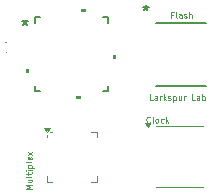
<source format=gbr>
%TF.GenerationSoftware,KiCad,Pcbnew,9.0.1*%
%TF.CreationDate,2025-09-19T11:56:04-04:00*%
%TF.ProjectId,ComputeCore,436f6d70-7574-4654-936f-72652e6b6963,rev?*%
%TF.SameCoordinates,Original*%
%TF.FileFunction,Legend,Top*%
%TF.FilePolarity,Positive*%
%FSLAX46Y46*%
G04 Gerber Fmt 4.6, Leading zero omitted, Abs format (unit mm)*
G04 Created by KiCad (PCBNEW 9.0.1) date 2025-09-19 11:56:04*
%MOMM*%
%LPD*%
G01*
G04 APERTURE LIST*
%ADD10C,0.062500*%
%ADD11C,0.150000*%
%ADD12C,0.152400*%
%ADD13C,0.000000*%
%ADD14C,0.120000*%
%ADD15C,0.100000*%
G04 APERTURE END LIST*
D10*
X173245260Y-83882559D02*
X173007165Y-83882559D01*
X173007165Y-83882559D02*
X173007165Y-83382559D01*
X173626213Y-83882559D02*
X173626213Y-83620654D01*
X173626213Y-83620654D02*
X173602403Y-83573035D01*
X173602403Y-83573035D02*
X173554784Y-83549226D01*
X173554784Y-83549226D02*
X173459546Y-83549226D01*
X173459546Y-83549226D02*
X173411927Y-83573035D01*
X173626213Y-83858750D02*
X173578594Y-83882559D01*
X173578594Y-83882559D02*
X173459546Y-83882559D01*
X173459546Y-83882559D02*
X173411927Y-83858750D01*
X173411927Y-83858750D02*
X173388118Y-83811130D01*
X173388118Y-83811130D02*
X173388118Y-83763511D01*
X173388118Y-83763511D02*
X173411927Y-83715892D01*
X173411927Y-83715892D02*
X173459546Y-83692083D01*
X173459546Y-83692083D02*
X173578594Y-83692083D01*
X173578594Y-83692083D02*
X173626213Y-83668273D01*
X173864308Y-83882559D02*
X173864308Y-83549226D01*
X173864308Y-83644464D02*
X173888118Y-83596845D01*
X173888118Y-83596845D02*
X173911927Y-83573035D01*
X173911927Y-83573035D02*
X173959546Y-83549226D01*
X173959546Y-83549226D02*
X174007165Y-83549226D01*
X174173832Y-83882559D02*
X174173832Y-83382559D01*
X174221451Y-83692083D02*
X174364308Y-83882559D01*
X174364308Y-83549226D02*
X174173832Y-83739702D01*
X174554785Y-83858750D02*
X174602404Y-83882559D01*
X174602404Y-83882559D02*
X174697642Y-83882559D01*
X174697642Y-83882559D02*
X174745261Y-83858750D01*
X174745261Y-83858750D02*
X174769070Y-83811130D01*
X174769070Y-83811130D02*
X174769070Y-83787321D01*
X174769070Y-83787321D02*
X174745261Y-83739702D01*
X174745261Y-83739702D02*
X174697642Y-83715892D01*
X174697642Y-83715892D02*
X174626213Y-83715892D01*
X174626213Y-83715892D02*
X174578594Y-83692083D01*
X174578594Y-83692083D02*
X174554785Y-83644464D01*
X174554785Y-83644464D02*
X174554785Y-83620654D01*
X174554785Y-83620654D02*
X174578594Y-83573035D01*
X174578594Y-83573035D02*
X174626213Y-83549226D01*
X174626213Y-83549226D02*
X174697642Y-83549226D01*
X174697642Y-83549226D02*
X174745261Y-83573035D01*
X174983356Y-83549226D02*
X174983356Y-84049226D01*
X174983356Y-83573035D02*
X175030975Y-83549226D01*
X175030975Y-83549226D02*
X175126213Y-83549226D01*
X175126213Y-83549226D02*
X175173832Y-83573035D01*
X175173832Y-83573035D02*
X175197642Y-83596845D01*
X175197642Y-83596845D02*
X175221451Y-83644464D01*
X175221451Y-83644464D02*
X175221451Y-83787321D01*
X175221451Y-83787321D02*
X175197642Y-83834940D01*
X175197642Y-83834940D02*
X175173832Y-83858750D01*
X175173832Y-83858750D02*
X175126213Y-83882559D01*
X175126213Y-83882559D02*
X175030975Y-83882559D01*
X175030975Y-83882559D02*
X174983356Y-83858750D01*
X175650023Y-83549226D02*
X175650023Y-83882559D01*
X175435737Y-83549226D02*
X175435737Y-83811130D01*
X175435737Y-83811130D02*
X175459547Y-83858750D01*
X175459547Y-83858750D02*
X175507166Y-83882559D01*
X175507166Y-83882559D02*
X175578594Y-83882559D01*
X175578594Y-83882559D02*
X175626213Y-83858750D01*
X175626213Y-83858750D02*
X175650023Y-83834940D01*
X175888118Y-83882559D02*
X175888118Y-83549226D01*
X175888118Y-83644464D02*
X175911928Y-83596845D01*
X175911928Y-83596845D02*
X175935737Y-83573035D01*
X175935737Y-83573035D02*
X175983356Y-83549226D01*
X175983356Y-83549226D02*
X176030975Y-83549226D01*
X176816689Y-83882559D02*
X176578594Y-83882559D01*
X176578594Y-83882559D02*
X176578594Y-83382559D01*
X177197642Y-83882559D02*
X177197642Y-83620654D01*
X177197642Y-83620654D02*
X177173832Y-83573035D01*
X177173832Y-83573035D02*
X177126213Y-83549226D01*
X177126213Y-83549226D02*
X177030975Y-83549226D01*
X177030975Y-83549226D02*
X176983356Y-83573035D01*
X177197642Y-83858750D02*
X177150023Y-83882559D01*
X177150023Y-83882559D02*
X177030975Y-83882559D01*
X177030975Y-83882559D02*
X176983356Y-83858750D01*
X176983356Y-83858750D02*
X176959547Y-83811130D01*
X176959547Y-83811130D02*
X176959547Y-83763511D01*
X176959547Y-83763511D02*
X176983356Y-83715892D01*
X176983356Y-83715892D02*
X177030975Y-83692083D01*
X177030975Y-83692083D02*
X177150023Y-83692083D01*
X177150023Y-83692083D02*
X177197642Y-83668273D01*
X177435737Y-83882559D02*
X177435737Y-83382559D01*
X177435737Y-83573035D02*
X177483356Y-83549226D01*
X177483356Y-83549226D02*
X177578594Y-83549226D01*
X177578594Y-83549226D02*
X177626213Y-83573035D01*
X177626213Y-83573035D02*
X177650023Y-83596845D01*
X177650023Y-83596845D02*
X177673832Y-83644464D01*
X177673832Y-83644464D02*
X177673832Y-83787321D01*
X177673832Y-83787321D02*
X177650023Y-83834940D01*
X177650023Y-83834940D02*
X177626213Y-83858750D01*
X177626213Y-83858750D02*
X177578594Y-83882559D01*
X177578594Y-83882559D02*
X177483356Y-83882559D01*
X177483356Y-83882559D02*
X177435737Y-83858750D01*
X163003559Y-91406834D02*
X162503559Y-91406834D01*
X162503559Y-91406834D02*
X162860702Y-91240167D01*
X162860702Y-91240167D02*
X162503559Y-91073501D01*
X162503559Y-91073501D02*
X163003559Y-91073501D01*
X162670226Y-90621119D02*
X163003559Y-90621119D01*
X162670226Y-90835405D02*
X162932130Y-90835405D01*
X162932130Y-90835405D02*
X162979750Y-90811595D01*
X162979750Y-90811595D02*
X163003559Y-90763976D01*
X163003559Y-90763976D02*
X163003559Y-90692548D01*
X163003559Y-90692548D02*
X162979750Y-90644929D01*
X162979750Y-90644929D02*
X162955940Y-90621119D01*
X163003559Y-90311595D02*
X162979750Y-90359214D01*
X162979750Y-90359214D02*
X162932130Y-90383024D01*
X162932130Y-90383024D02*
X162503559Y-90383024D01*
X162670226Y-90192547D02*
X162670226Y-90002071D01*
X162503559Y-90121119D02*
X162932130Y-90121119D01*
X162932130Y-90121119D02*
X162979750Y-90097309D01*
X162979750Y-90097309D02*
X163003559Y-90049690D01*
X163003559Y-90049690D02*
X163003559Y-90002071D01*
X163003559Y-89835405D02*
X162670226Y-89835405D01*
X162503559Y-89835405D02*
X162527369Y-89859214D01*
X162527369Y-89859214D02*
X162551178Y-89835405D01*
X162551178Y-89835405D02*
X162527369Y-89811595D01*
X162527369Y-89811595D02*
X162503559Y-89835405D01*
X162503559Y-89835405D02*
X162551178Y-89835405D01*
X162670226Y-89597310D02*
X163170226Y-89597310D01*
X162694035Y-89597310D02*
X162670226Y-89549691D01*
X162670226Y-89549691D02*
X162670226Y-89454453D01*
X162670226Y-89454453D02*
X162694035Y-89406834D01*
X162694035Y-89406834D02*
X162717845Y-89383024D01*
X162717845Y-89383024D02*
X162765464Y-89359215D01*
X162765464Y-89359215D02*
X162908321Y-89359215D01*
X162908321Y-89359215D02*
X162955940Y-89383024D01*
X162955940Y-89383024D02*
X162979750Y-89406834D01*
X162979750Y-89406834D02*
X163003559Y-89454453D01*
X163003559Y-89454453D02*
X163003559Y-89549691D01*
X163003559Y-89549691D02*
X162979750Y-89597310D01*
X163003559Y-89073500D02*
X162979750Y-89121119D01*
X162979750Y-89121119D02*
X162932130Y-89144929D01*
X162932130Y-89144929D02*
X162503559Y-89144929D01*
X162979750Y-88692548D02*
X163003559Y-88740167D01*
X163003559Y-88740167D02*
X163003559Y-88835405D01*
X163003559Y-88835405D02*
X162979750Y-88883024D01*
X162979750Y-88883024D02*
X162932130Y-88906833D01*
X162932130Y-88906833D02*
X162741654Y-88906833D01*
X162741654Y-88906833D02*
X162694035Y-88883024D01*
X162694035Y-88883024D02*
X162670226Y-88835405D01*
X162670226Y-88835405D02*
X162670226Y-88740167D01*
X162670226Y-88740167D02*
X162694035Y-88692548D01*
X162694035Y-88692548D02*
X162741654Y-88668738D01*
X162741654Y-88668738D02*
X162789273Y-88668738D01*
X162789273Y-88668738D02*
X162836892Y-88906833D01*
X163003559Y-88502072D02*
X162670226Y-88240167D01*
X162670226Y-88502072D02*
X163003559Y-88240167D01*
X173019879Y-85738940D02*
X172996070Y-85762750D01*
X172996070Y-85762750D02*
X172924641Y-85786559D01*
X172924641Y-85786559D02*
X172877022Y-85786559D01*
X172877022Y-85786559D02*
X172805594Y-85762750D01*
X172805594Y-85762750D02*
X172757975Y-85715130D01*
X172757975Y-85715130D02*
X172734165Y-85667511D01*
X172734165Y-85667511D02*
X172710356Y-85572273D01*
X172710356Y-85572273D02*
X172710356Y-85500845D01*
X172710356Y-85500845D02*
X172734165Y-85405607D01*
X172734165Y-85405607D02*
X172757975Y-85357988D01*
X172757975Y-85357988D02*
X172805594Y-85310369D01*
X172805594Y-85310369D02*
X172877022Y-85286559D01*
X172877022Y-85286559D02*
X172924641Y-85286559D01*
X172924641Y-85286559D02*
X172996070Y-85310369D01*
X172996070Y-85310369D02*
X173019879Y-85334178D01*
X173305594Y-85786559D02*
X173257975Y-85762750D01*
X173257975Y-85762750D02*
X173234165Y-85715130D01*
X173234165Y-85715130D02*
X173234165Y-85286559D01*
X173567499Y-85786559D02*
X173519880Y-85762750D01*
X173519880Y-85762750D02*
X173496070Y-85738940D01*
X173496070Y-85738940D02*
X173472261Y-85691321D01*
X173472261Y-85691321D02*
X173472261Y-85548464D01*
X173472261Y-85548464D02*
X173496070Y-85500845D01*
X173496070Y-85500845D02*
X173519880Y-85477035D01*
X173519880Y-85477035D02*
X173567499Y-85453226D01*
X173567499Y-85453226D02*
X173638927Y-85453226D01*
X173638927Y-85453226D02*
X173686546Y-85477035D01*
X173686546Y-85477035D02*
X173710356Y-85500845D01*
X173710356Y-85500845D02*
X173734165Y-85548464D01*
X173734165Y-85548464D02*
X173734165Y-85691321D01*
X173734165Y-85691321D02*
X173710356Y-85738940D01*
X173710356Y-85738940D02*
X173686546Y-85762750D01*
X173686546Y-85762750D02*
X173638927Y-85786559D01*
X173638927Y-85786559D02*
X173567499Y-85786559D01*
X174162737Y-85762750D02*
X174115118Y-85786559D01*
X174115118Y-85786559D02*
X174019880Y-85786559D01*
X174019880Y-85786559D02*
X173972261Y-85762750D01*
X173972261Y-85762750D02*
X173948451Y-85738940D01*
X173948451Y-85738940D02*
X173924642Y-85691321D01*
X173924642Y-85691321D02*
X173924642Y-85548464D01*
X173924642Y-85548464D02*
X173948451Y-85500845D01*
X173948451Y-85500845D02*
X173972261Y-85477035D01*
X173972261Y-85477035D02*
X174019880Y-85453226D01*
X174019880Y-85453226D02*
X174115118Y-85453226D01*
X174115118Y-85453226D02*
X174162737Y-85477035D01*
X174377022Y-85786559D02*
X174377022Y-85286559D01*
X174424641Y-85596083D02*
X174567498Y-85786559D01*
X174567498Y-85453226D02*
X174377022Y-85643702D01*
X174951832Y-76635654D02*
X174785165Y-76635654D01*
X174785165Y-76897559D02*
X174785165Y-76397559D01*
X174785165Y-76397559D02*
X175023260Y-76397559D01*
X175285165Y-76897559D02*
X175237546Y-76873750D01*
X175237546Y-76873750D02*
X175213736Y-76826130D01*
X175213736Y-76826130D02*
X175213736Y-76397559D01*
X175689927Y-76897559D02*
X175689927Y-76635654D01*
X175689927Y-76635654D02*
X175666117Y-76588035D01*
X175666117Y-76588035D02*
X175618498Y-76564226D01*
X175618498Y-76564226D02*
X175523260Y-76564226D01*
X175523260Y-76564226D02*
X175475641Y-76588035D01*
X175689927Y-76873750D02*
X175642308Y-76897559D01*
X175642308Y-76897559D02*
X175523260Y-76897559D01*
X175523260Y-76897559D02*
X175475641Y-76873750D01*
X175475641Y-76873750D02*
X175451832Y-76826130D01*
X175451832Y-76826130D02*
X175451832Y-76778511D01*
X175451832Y-76778511D02*
X175475641Y-76730892D01*
X175475641Y-76730892D02*
X175523260Y-76707083D01*
X175523260Y-76707083D02*
X175642308Y-76707083D01*
X175642308Y-76707083D02*
X175689927Y-76683273D01*
X175904213Y-76873750D02*
X175951832Y-76897559D01*
X175951832Y-76897559D02*
X176047070Y-76897559D01*
X176047070Y-76897559D02*
X176094689Y-76873750D01*
X176094689Y-76873750D02*
X176118498Y-76826130D01*
X176118498Y-76826130D02*
X176118498Y-76802321D01*
X176118498Y-76802321D02*
X176094689Y-76754702D01*
X176094689Y-76754702D02*
X176047070Y-76730892D01*
X176047070Y-76730892D02*
X175975641Y-76730892D01*
X175975641Y-76730892D02*
X175928022Y-76707083D01*
X175928022Y-76707083D02*
X175904213Y-76659464D01*
X175904213Y-76659464D02*
X175904213Y-76635654D01*
X175904213Y-76635654D02*
X175928022Y-76588035D01*
X175928022Y-76588035D02*
X175975641Y-76564226D01*
X175975641Y-76564226D02*
X176047070Y-76564226D01*
X176047070Y-76564226D02*
X176094689Y-76588035D01*
X176332784Y-76897559D02*
X176332784Y-76397559D01*
X176547070Y-76897559D02*
X176547070Y-76635654D01*
X176547070Y-76635654D02*
X176523260Y-76588035D01*
X176523260Y-76588035D02*
X176475641Y-76564226D01*
X176475641Y-76564226D02*
X176404213Y-76564226D01*
X176404213Y-76564226D02*
X176356594Y-76588035D01*
X176356594Y-76588035D02*
X176332784Y-76611845D01*
D11*
X172656500Y-75858019D02*
X172656500Y-76096114D01*
X172418405Y-76000876D02*
X172656500Y-76096114D01*
X172656500Y-76096114D02*
X172894595Y-76000876D01*
X172513643Y-76286590D02*
X172656500Y-76096114D01*
X172656500Y-76096114D02*
X172799357Y-76286590D01*
X172656500Y-75858019D02*
X172656500Y-76096114D01*
X172418405Y-76000876D02*
X172656500Y-76096114D01*
X172656500Y-76096114D02*
X172894595Y-76000876D01*
X172513643Y-76286590D02*
X172656500Y-76096114D01*
X172656500Y-76096114D02*
X172799357Y-76286590D01*
X162433000Y-77064819D02*
X162433000Y-77302914D01*
X162194905Y-77207676D02*
X162433000Y-77302914D01*
X162433000Y-77302914D02*
X162671095Y-77207676D01*
X162290143Y-77493390D02*
X162433000Y-77302914D01*
X162433000Y-77302914D02*
X162575857Y-77493390D01*
X162433000Y-77064819D02*
X162433000Y-77302914D01*
X162194905Y-77207676D02*
X162433000Y-77302914D01*
X162433000Y-77302914D02*
X162671095Y-77207676D01*
X162290143Y-77493390D02*
X162433000Y-77302914D01*
X162433000Y-77302914D02*
X162575857Y-77493390D01*
D12*
%TO.C,U2*%
X173507400Y-82651600D02*
X177774600Y-82651600D01*
X177774600Y-77368400D02*
X173507400Y-77368400D01*
D13*
%TO.C,U1*%
G36*
X162814000Y-81600500D02*
G01*
X162560000Y-81600500D01*
X162560000Y-81219500D01*
X162814000Y-81219500D01*
X162814000Y-81600500D01*
G37*
G36*
X167160499Y-83820000D02*
G01*
X166779499Y-83820000D01*
X166779499Y-83566000D01*
X167160499Y-83566000D01*
X167160499Y-83820000D01*
G37*
G36*
X170180000Y-80400500D02*
G01*
X169926000Y-80400500D01*
X169926000Y-80019500D01*
X170180000Y-80019500D01*
X170180000Y-80400500D01*
G37*
G36*
X167560501Y-76454000D02*
G01*
X167179501Y-76454000D01*
X167179501Y-76200000D01*
X167560501Y-76200000D01*
X167560501Y-76454000D01*
G37*
D12*
X163245800Y-83134200D02*
X163735659Y-83134200D01*
X169494200Y-83134200D02*
X169494200Y-82644341D01*
X169494200Y-76885800D02*
X169004341Y-76885800D01*
X163245800Y-76885800D02*
X163245800Y-77375659D01*
X163245800Y-82644341D02*
X163245800Y-83134200D01*
X169004341Y-83134200D02*
X169494200Y-83134200D01*
X169494200Y-77375659D02*
X169494200Y-76885800D01*
X163735659Y-76885800D02*
X163245800Y-76885800D01*
D14*
%TO.C,U4*%
X175514000Y-86086000D02*
X173564000Y-86086000D01*
X175514000Y-86086000D02*
X177464000Y-86086000D01*
X175514000Y-91206000D02*
X173564000Y-91206000D01*
X175514000Y-91206000D02*
X177464000Y-91206000D01*
X172814000Y-86181000D02*
X172574000Y-85851000D01*
X173054000Y-85851000D01*
X172814000Y-86181000D01*
G36*
X172814000Y-86181000D02*
G01*
X172574000Y-85851000D01*
X173054000Y-85851000D01*
X172814000Y-86181000D01*
G37*
%TO.C,U3*%
X164280000Y-87028000D02*
X164280000Y-86793000D01*
X164280000Y-90773000D02*
X164280000Y-90298000D01*
X164755000Y-86553000D02*
X164580000Y-86553000D01*
X164755000Y-90773000D02*
X164280000Y-90773000D01*
X168025000Y-86553000D02*
X168500000Y-86553000D01*
X168025000Y-90773000D02*
X168500000Y-90773000D01*
X168500000Y-86553000D02*
X168500000Y-87028000D01*
X168500000Y-90773000D02*
X168500000Y-90298000D01*
X164280000Y-86553000D02*
X164040000Y-86223000D01*
X164520000Y-86223000D01*
X164280000Y-86553000D01*
G36*
X164280000Y-86553000D02*
G01*
X164040000Y-86223000D01*
X164520000Y-86223000D01*
X164280000Y-86553000D01*
G37*
D15*
%TO.C,RLED1*%
X160922000Y-79883000D02*
G75*
G02*
X160822000Y-79883000I-50000J0D01*
G01*
X160822000Y-79883000D02*
G75*
G02*
X160922000Y-79883000I50000J0D01*
G01*
%TO.C,GLED1*%
X160897000Y-78994000D02*
G75*
G02*
X160797000Y-78994000I-50000J0D01*
G01*
X160797000Y-78994000D02*
G75*
G02*
X160897000Y-78994000I50000J0D01*
G01*
%TD*%
M02*

</source>
